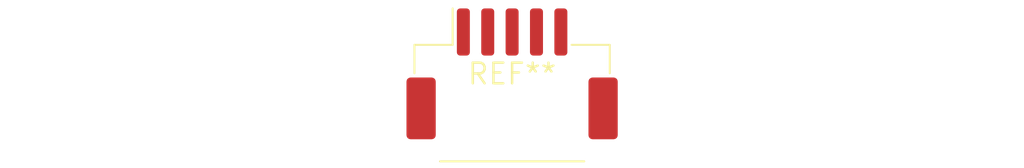
<source format=kicad_pcb>
(kicad_pcb (version 20240108) (generator pcbnew)
  (layers (0 "F.Cu" signal) (31 "B.Cu" signal) (34 "B.Paste" user) (35 "F.Paste" user) (36 "B.SilkS" user "B.Silkscreen") (37 "F.SilkS" user "F.Silkscreen") (38 "B.Mask" user) (39 "F.Mask" user) (44 "Edge.Cuts" user))
  (net 0 "")
  (footprint "Molex_CLIK-Mate_502585-0570_1x05-1MP_P1.50mm_Horizontal" (layer "F.Cu") (at 0 0)
    (property "Reference" "REF**")
    (property "Value" "Molex_CLIK-Mate_502585-0570_1x05-1MP_P1.50mm_Horizontal")
    (fp_line (start -6.01 -1.785) (end -3.66 -1.785) (layer "F.SilkS") (stroke (width 0.12)))
    (fp_line (start -6.01 -0.035) (end -6.01 -1.785) (layer "F.SilkS") (stroke (width 0.12)))
    (fp_line (start -4.44 5.385) (end 4.44 5.385) (layer "F.SilkS") (stroke (width 0.12)))
    (fp_line (start -3.66 -1.785) (end -3.66 -4.025) (layer "F.SilkS") (stroke (width 0.12)))
    (fp_line (start 6.01 -1.785) (end 3.66 -1.785) (layer "F.SilkS") (stroke (width 0.12)))
    (fp_line (start 6.01 -0.035) (end 6.01 -1.785) (layer "F.SilkS") (stroke (width 0.12)))
    (pad "1" smd roundrect (at -3 -2.575) (size 0.8 2.9) (layers "F.Cu" "F.Paste" "F.Mask"))
    (pad "2" smd roundrect (at -1.5 -2.575) (size 0.8 2.9) (layers "F.Cu" "F.Paste" "F.Mask"))
    (pad "3" smd roundrect (at 0 -2.575) (size 0.8 2.9) (layers "F.Cu" "F.Paste" "F.Mask"))
    (pad "4" smd roundrect (at 1.5 -2.575) (size 0.8 2.9) (layers "F.Cu" "F.Paste" "F.Mask"))
    (pad "5" smd roundrect (at 3 -2.575) (size 0.8 2.9) (layers "F.Cu" "F.Paste" "F.Mask"))
    (pad "MP" smd roundrect (at -5.6 2.125) (size 1.8 3.8) (layers "F.Cu" "F.Paste" "F.Mask") (roundrect_rratio 0.138889))
    (pad "MP" smd roundrect (at 5.6 2.125) (size 1.8 3.8) (layers "F.Cu" "F.Paste" "F.Mask") (roundrect_rratio 0.138889))
  )
)
</source>
